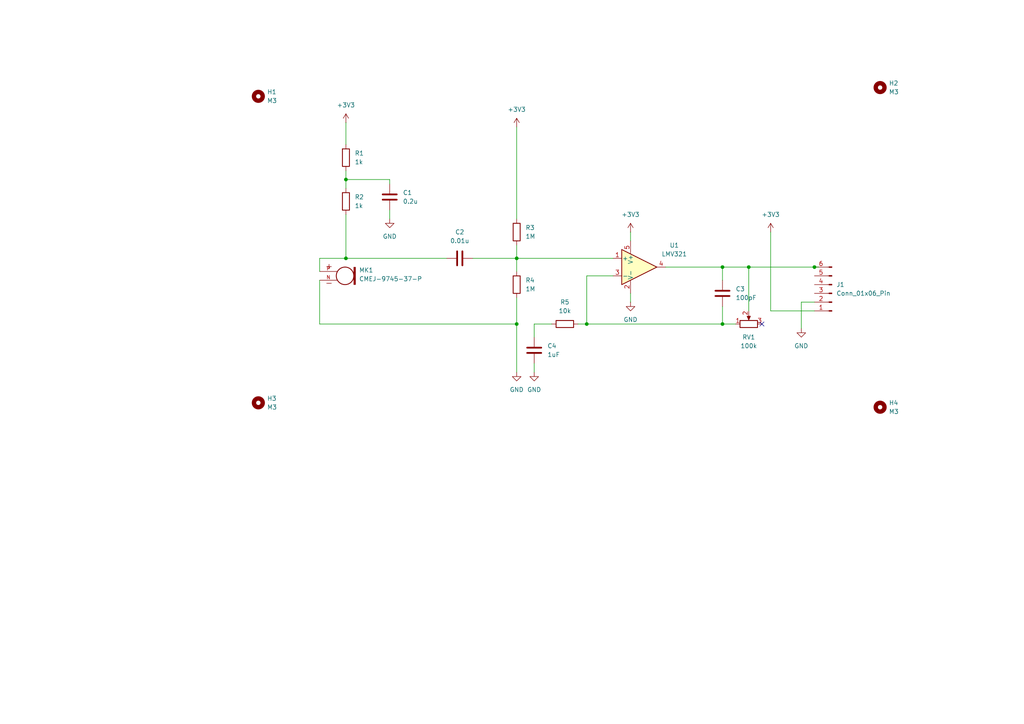
<source format=kicad_sch>
(kicad_sch (version 20250114) (generator "eeschema") (generator_version "9.0")
  (paper "A4")
  (lib_symbols
    (symbol "Amplifier_Operational:LMV321" (pin_names (offset 0.127))
      (property "Reference" "U" (at 0 5.08 0))
      (property "Value" "LMV321" (at 0 -5.08 0))
      (symbol "LMV321_0_1"
        (polyline (pts (xy -5.08 5.08) (xy 5.08 0) (xy -5.08 -5.08) (xy -5.08 5.08)) (stroke (width 0.254)) (fill (type background)))
        (pin power_in line (at -2.54 7.62 270) (length 3.81) (name "V+") (number "5"))
        (pin power_in line (at -2.54 -7.62 90) (length 3.81) (name "V-") (number "2"))
      )
      (symbol "LMV321_1_1"
        (pin input line (at -7.62 2.54 0) (length 2.54) (name "+") (number "1"))
        (pin input line (at -7.62 -2.54 0) (length 2.54) (name "-") (number "3"))
        (pin output line (at 7.62 0 180) (length 2.54) (name "~") (number "4"))
      )
    )
    (symbol "CMEJ-9745-37-P:CMEJ-9745-37-P" (pin_names (offset 1.016))
      (property "Reference" "MK" (at -7.62 2.54 0))
      (property "Value" "CMEJ-9745-37-P" (at -7.62 -7.62 0))
      (symbol "CMEJ-9745-37-P_0_0"
        (circle (center 2.286 -1.27) (radius 2.54) (stroke (width 0.254)))
        (rectangle (start 4.826 -3.81) (end 5.334 1.27) (stroke (width 0.1)) (fill (type outline)))
        (text "+" (at -3.556 0.508 0) (effects (font (size 1.778 1.778)) (justify left bottom)))
        (text "-" (at -3.556 -4.318 0) (effects (font (size 1.778 1.778)) (justify left bottom)))
        (pin passive line (at -5.08 0 0) (length 5.08) (name "~") (number "P"))
        (pin passive line (at -5.08 -2.54 0) (length 5.08) (name "~") (number "N"))
      )
    )
    (symbol "Connector:Conn_01x06_Pin" (pin_names (offset 1.016) (hide yes))
      (property "Reference" "J" (at 0 7.62 0))
      (property "Value" "Conn_01x06_Pin" (at 0 -10.16 0))
      (symbol "Conn_01x06_Pin_1_1"
        (rectangle (start 0.8636 5.207) (end 0 4.953) (stroke (width 0.1524)) (fill (type outline)))
        (rectangle (start 0.8636 2.667) (end 0 2.413) (stroke (width 0.1524)) (fill (type outline)))
        (rectangle (start 0.8636 0.127) (end 0 -0.127) (stroke (width 0.1524)) (fill (type outline)))
        (rectangle (start 0.8636 -2.413) (end 0 -2.667) (stroke (width 0.1524)) (fill (type outline)))
        (rectangle (start 0.8636 -4.953) (end 0 -5.207) (stroke (width 0.1524)) (fill (type outline)))
        (rectangle (start 0.8636 -7.493) (end 0 -7.747) (stroke (width 0.1524)) (fill (type outline)))
        (polyline (pts (xy 1.27 5.08) (xy 0.8636 5.08)) (stroke (width 0.1524)))
        (polyline (pts (xy 1.27 2.54) (xy 0.8636 2.54)) (stroke (width 0.1524)))
        (polyline (pts (xy 1.27 0) (xy 0.8636 0)) (stroke (width 0.1524)))
        (polyline (pts (xy 1.27 -2.54) (xy 0.8636 -2.54)) (stroke (width 0.1524)))
        (polyline (pts (xy 1.27 -5.08) (xy 0.8636 -5.08)) (stroke (width 0.1524)))
        (polyline (pts (xy 1.27 -7.62) (xy 0.8636 -7.62)) (stroke (width 0.1524)))
        (pin passive line (at 5.08 5.08 180) (length 3.81) (name "Pin_1") (number "1"))
        (pin passive line (at 5.08 2.54 180) (length 3.81) (name "Pin_2") (number "2"))
        (pin passive line (at 5.08 0 180) (length 3.81) (name "Pin_3") (number "3"))
        (pin passive line (at 5.08 -2.54 180) (length 3.81) (name "Pin_4") (number "4"))
        (pin passive line (at 5.08 -5.08 180) (length 3.81) (name "Pin_5") (number "5"))
        (pin passive line (at 5.08 -7.62 180) (length 3.81) (name "Pin_6") (number "6"))
      )
    )
    (symbol "Device:C" (pin_numbers (hide yes)) (pin_names (offset 0.254))
      (property "Reference" "C" (at 0.635 2.54 0))
      (property "Value" "C" (at 0.635 -2.54 0))
      (symbol "C_0_1"
        (polyline (pts (xy -2.032 0.762) (xy 2.032 0.762)) (stroke (width 0.508)))
        (polyline (pts (xy -2.032 -0.762) (xy 2.032 -0.762)) (stroke (width 0.508)))
      )
      (symbol "C_1_1"
        (pin passive line (at 0 3.81 270) (length 2.794) (name "~") (number "1"))
        (pin passive line (at 0 -3.81 90) (length 2.794) (name "~") (number "2"))
      )
    )
    (symbol "Device:R" (pin_numbers (hide yes)) (pin_names (offset 0))
      (property "Reference" "R" (at 2.032 0 90))
      (property "Value" "R" (at 0 0 90))
      (symbol "R_0_1"
        (rectangle (start -1.016 -2.54) (end 1.016 2.54) (stroke (width 0.254)))
      )
      (symbol "R_1_1"
        (pin passive line (at 0 3.81 270) (length 1.27) (name "~") (number "1"))
        (pin passive line (at 0 -3.81 90) (length 1.27) (name "~") (number "2"))
      )
    )
    (symbol "Device:R_Potentiometer" (pin_names (offset 1.016) (hide yes))
      (property "Reference" "RV" (at -4.445 0 90))
      (property "Value" "R_Potentiometer" (at -2.54 0 90))
      (symbol "R_Potentiometer_0_1"
        (rectangle (start 1.016 2.54) (end -1.016 -2.54) (stroke (width 0.254)))
        (polyline (pts (xy 1.143 0) (xy 2.286 0.508) (xy 2.286 -0.508) (xy 1.143 0)) (fill (type outline)))
        (polyline (pts (xy 2.54 0) (xy 1.524 0)))
      )
      (symbol "R_Potentiometer_1_1"
        (pin passive line (at 0 3.81 270) (length 1.27) (name "1") (number "1"))
        (pin passive line (at 0 -3.81 90) (length 1.27) (name "3") (number "3"))
        (pin passive line (at 3.81 0 180) (length 1.27) (name "2") (number "2"))
      )
    )
    (symbol "Mechanical:MountingHole" (pin_names (offset 1.016)) (exclude_from_sim yes) (in_bom no)
      (property "Reference" "H" (at 0 5.08 0))
      (property "Value" "MountingHole" (at 0 3.175 0))
      (symbol "MountingHole_0_1"
        (circle (center 0 0) (radius 1.27) (stroke (width 1.27)))
      )
    )
    (symbol "power:+3V3" (power) (pin_numbers (hide yes)) (pin_names (offset 0) (hide yes))
      (property "Value" "+3V3" (at 0 3.556 0))
      (symbol "+3V3_0_1"
        (polyline (pts (xy -0.762 1.27) (xy 0 2.54)))
        (polyline (pts (xy 0 2.54) (xy 0.762 1.27)))
        (polyline (pts (xy 0 0) (xy 0 2.54)))
      )
      (symbol "+3V3_1_1"
        (pin power_in line (at 0 0 90) (length 0) (name "~") (number "1"))
      )
    )
    (symbol "power:GND" (power) (pin_numbers (hide yes)) (pin_names (offset 0) (hide yes))
      (property "Value" "GND" (at 0 -3.81 0))
      (symbol "GND_0_1"
        (polyline (pts (xy 0 0) (xy 0 -1.27) (xy 1.27 -1.27) (xy 0 -2.54) (xy -1.27 -1.27) (xy 0 -1.27)))
      )
      (symbol "GND_1_1"
        (pin power_in line (at 0 0 270) (length 0) (name "~") (number "1"))
      )
    )
  )
  (junction (at 100.33 52.07))
  (junction (at 100.33 74.93))
  (junction (at 149.86 74.93))
  (junction (at 217.17 77.47))
  (junction (at 236.22 77.47))
  (junction (at 170.18 93.98))
  (junction (at 149.86 93.98))
  (junction (at 209.55 93.98))
  (junction (at 209.55 77.47))
  (no_connect (at 220.98 93.98))
  (wire (pts (xy 182.88 67.31) (xy 182.88 69.85)))
  (wire (pts (xy 149.86 36.83) (xy 149.86 63.5)))
  (wire (pts (xy 160.02 93.98) (xy 154.94 93.98)))
  (wire (pts (xy 92.71 74.93) (xy 100.33 74.93)))
  (wire (pts (xy 149.86 71.12) (xy 149.86 74.93)))
  (wire (pts (xy 100.33 74.93) (xy 129.54 74.93)))
  (wire (pts (xy 149.86 74.93) (xy 149.86 78.74)))
  (wire (pts (xy 209.55 77.47) (xy 217.17 77.47)))
  (wire (pts (xy 154.94 93.98) (xy 154.94 97.79)))
  (wire (pts (xy 217.17 77.47) (xy 236.22 77.47)))
  (wire (pts (xy 170.18 93.98) (xy 167.64 93.98)))
  (wire (pts (xy 170.18 93.98) (xy 209.55 93.98)))
  (wire (pts (xy 113.03 53.34) (xy 113.03 52.07)))
  (wire (pts (xy 232.41 87.63) (xy 232.41 95.25)))
  (wire (pts (xy 149.86 74.93) (xy 177.8 74.93)))
  (wire (pts (xy 149.86 93.98) (xy 149.86 107.95)))
  (wire (pts (xy 170.18 80.01) (xy 177.8 80.01)))
  (wire (pts (xy 193.04 77.47) (xy 209.55 77.47)))
  (wire (pts (xy 92.71 74.93) (xy 92.71 78.74)))
  (wire (pts (xy 170.18 80.01) (xy 170.18 93.98)))
  (wire (pts (xy 236.22 87.63) (xy 232.41 87.63)))
  (wire (pts (xy 137.16 74.93) (xy 149.86 74.93)))
  (wire (pts (xy 209.55 93.98) (xy 213.36 93.98)))
  (wire (pts (xy 92.71 81.28) (xy 92.71 93.98)))
  (wire (pts (xy 217.17 77.47) (xy 217.17 90.17)))
  (wire (pts (xy 209.55 88.9) (xy 209.55 93.98)))
  (wire (pts (xy 182.88 85.09) (xy 182.88 87.63)))
  (wire (pts (xy 113.03 52.07) (xy 100.33 52.07)))
  (wire (pts (xy 100.33 35.56) (xy 100.33 41.91)))
  (wire (pts (xy 100.33 62.23) (xy 100.33 74.93)))
  (wire (pts (xy 100.33 52.07) (xy 100.33 54.61)))
  (wire (pts (xy 154.94 105.41) (xy 154.94 107.95)))
  (wire (pts (xy 237.49 77.47) (xy 236.22 77.47)))
  (wire (pts (xy 209.55 77.47) (xy 209.55 81.28)))
  (wire (pts (xy 223.52 67.31) (xy 223.52 90.17)))
  (wire (pts (xy 149.86 86.36) (xy 149.86 93.98)))
  (wire (pts (xy 92.71 93.98) (xy 149.86 93.98)))
  (wire (pts (xy 113.03 60.96) (xy 113.03 63.5)))
  (wire (pts (xy 100.33 49.53) (xy 100.33 52.07)))
  (wire (pts (xy 236.22 90.17) (xy 223.52 90.17)))
  (symbol (lib_id "power:+3V3") (at 149.86 36.83 0) (unit 1)
    (property "Reference" "#PWR5" (effects (hide yes)))
    (property "Value" "+3V3" (at 149.86 31.75 0))
    (property "Description" "Power symbol creates a global label with name \"+3V3\"" (effects (hide yes)))
  )
  (symbol (lib_id "CMEJ-9745-37-P:CMEJ-9745-37-P") (at 97.79 78.74 0) (unit 1)
    (property "Reference" "MK1" (at 104.14 78.3602 0) (effects (justify left)))
    (property "Value" "CMEJ-9745-37-P" (at 104.14 80.9002 0) (effects (justify left)))
    (property "Footprint" "CMEJ-9745-37-P:MIC_CMEJ-9745-37-P" (effects (hide yes)))
    (property "PARTREV" "1.0" (effects (hide yes)))
    (property "MANUFACTURER" "CUI Inc." (effects (hide yes)))
    (property "MAXIMUM_PACKAGE_HEIGHT" "4.98mm" (effects (hide yes)))
    (property "STANDARD" "Manufacturer Recommendations" (effects (hide yes)))
  )
  (symbol (lib_id "Mechanical:MountingHole") (at 255.27 118.11 0) (unit 1) (exclude_from_sim yes) (in_bom no)
    (property "Reference" "H4" (at 257.81 116.8399 0) (effects (justify left)))
    (property "Value" "M3" (at 257.81 119.3799 0) (effects (justify left)))
    (property "Footprint" "MountingHole:MountingHole_3.2mm_M3" (effects (hide yes)))
    (property "Description" "Mounting Hole without connection" (effects (hide yes)))
  )
  (symbol (lib_id "Device:C") (at 113.03 57.15 0) (unit 1)
    (property "Reference" "C1" (at 116.84 55.8799 0) (effects (justify left)))
    (property "Value" "0.2u" (at 116.84 58.4199 0) (effects (justify left)))
    (property "Footprint" "Capacitor_THT:C_Disc_D4.3mm_W1.9mm_P5.00mm" (effects (hide yes)))
    (property "Description" "Unpolarized capacitor" (effects (hide yes)))
  )
  (symbol (lib_id "power:+3V3") (at 182.88 67.31 0) (unit 1)
    (property "Reference" "#PWR6" (effects (hide yes)))
    (property "Value" "+3V3" (at 182.88 62.23 0))
    (property "Description" "Power symbol creates a global label with name \"+3V3\"" (effects (hide yes)))
  )
  (symbol (lib_id "Device:R_Potentiometer") (at 217.17 93.98 90) (unit 1)
    (property "Reference" "RV1" (at 217.17 97.79 90))
    (property "Value" "100k" (at 217.17 100.33 90))
    (property "Footprint" "Potentiometer_THT:Potentiometer_Runtron_RM-065_Vertical" (effects (hide yes)))
    (property "Description" "Potentiometer" (effects (hide yes)))
  )
  (symbol (lib_id "power:GND") (at 149.86 107.95 0) (unit 1)
    (property "Reference" "#PWR2" (effects (hide yes)))
    (property "Value" "GND" (at 149.86 113.03 0))
    (property "Description" "Power symbol creates a global label with name \"GND\" , ground" (effects (hide yes)))
  )
  (symbol (lib_id "Device:C") (at 133.35 74.93 90) (unit 1)
    (property "Reference" "C2" (at 133.35 67.31 90))
    (property "Value" "0.01u" (at 133.35 69.85 90))
    (property "Footprint" "Capacitor_THT:C_Disc_D4.3mm_W1.9mm_P5.00mm" (effects (hide yes)))
    (property "Description" "Unpolarized capacitor" (effects (hide yes)))
  )
  (symbol (lib_id "power:+3V3") (at 100.33 35.56 0) (unit 1)
    (property "Reference" "#PWR4" (effects (hide yes)))
    (property "Value" "+3V3" (at 100.33 30.48 0))
    (property "Description" "Power symbol creates a global label with name \"+3V3\"" (effects (hide yes)))
  )
  (symbol (lib_id "Connector:Conn_01x06_Pin") (at 241.3 85.09 180) (unit 1)
    (property "Reference" "J1" (at 242.57 82.5499 0) (effects (justify right)))
    (property "Value" "Conn_01x06_Pin" (at 242.57 85.0899 0) (effects (justify right)))
    (property "Footprint" "Connector_PinHeader_2.54mm:PinHeader_1x06_P2.54mm_Horizontal" (effects (hide yes)))
    (property "Description" "Generic connector, single row, 01x06, script generated" (effects (hide yes)))
  )
  (symbol (lib_id "Device:R") (at 149.86 82.55 0) (unit 1)
    (property "Reference" "R4" (at 152.4 81.2799 0) (effects (justify left)))
    (property "Value" "1M" (at 152.4 83.8199 0) (effects (justify left)))
    (property "Footprint" "Resistor_THT:R_Axial_DIN0207_L6.3mm_D2.5mm_P10.16mm_Horizontal" (effects (hide yes)))
    (property "Description" "Resistor" (effects (hide yes)))
  )
  (symbol (lib_id "power:GND") (at 154.94 107.95 0) (unit 1)
    (property "Reference" "#PWR3" (effects (hide yes)))
    (property "Value" "GND" (at 154.94 113.03 0))
    (property "Description" "Power symbol creates a global label with name \"GND\" , ground" (effects (hide yes)))
  )
  (symbol (lib_id "Mechanical:MountingHole") (at 255.27 25.4 0) (unit 1) (exclude_from_sim yes) (in_bom no)
    (property "Reference" "H2" (at 257.81 24.1299 0) (effects (justify left)))
    (property "Value" "M3" (at 257.81 26.6699 0) (effects (justify left)))
    (property "Footprint" "MountingHole:MountingHole_3.2mm_M3" (effects (hide yes)))
    (property "Description" "Mounting Hole without connection" (effects (hide yes)))
  )
  (symbol (lib_id "power:GND") (at 232.41 95.25 0) (unit 1)
    (property "Reference" "#PWR8" (effects (hide yes)))
    (property "Value" "GND" (at 232.41 100.33 0))
    (property "Description" "Power symbol creates a global label with name \"GND\" , ground" (effects (hide yes)))
  )
  (symbol (lib_id "power:GND") (at 182.88 87.63 0) (unit 1)
    (property "Reference" "#PWR7" (effects (hide yes)))
    (property "Value" "GND" (at 182.88 92.71 0))
    (property "Description" "Power symbol creates a global label with name \"GND\" , ground" (effects (hide yes)))
  )
  (symbol (lib_id "power:+3V3") (at 223.52 67.31 0) (unit 1)
    (property "Reference" "#PWR9" (effects (hide yes)))
    (property "Value" "+3V3" (at 223.52 62.23 0))
    (property "Description" "Power symbol creates a global label with name \"+3V3\"" (effects (hide yes)))
  )
  (symbol (lib_id "Device:R") (at 163.83 93.98 90) (unit 1)
    (property "Reference" "R5" (at 163.83 87.63 90))
    (property "Value" "10k" (at 163.83 90.17 90))
    (property "Footprint" "Resistor_THT:R_Axial_DIN0207_L6.3mm_D2.5mm_P10.16mm_Horizontal" (effects (hide yes)))
    (property "Description" "Resistor" (effects (hide yes)))
  )
  (symbol (lib_id "Device:R") (at 100.33 58.42 0) (unit 1)
    (property "Reference" "R2" (at 102.87 57.1499 0) (effects (justify left)))
    (property "Value" "1k" (at 102.87 59.6899 0) (effects (justify left)))
    (property "Footprint" "Resistor_THT:R_Axial_DIN0207_L6.3mm_D2.5mm_P10.16mm_Horizontal" (effects (hide yes)))
    (property "Description" "Resistor" (effects (hide yes)))
  )
  (symbol (lib_id "Mechanical:MountingHole") (at 74.93 116.84 0) (unit 1) (exclude_from_sim yes) (in_bom no)
    (property "Reference" "H3" (at 77.47 115.5699 0) (effects (justify left)))
    (property "Value" "M3" (at 77.47 118.1099 0) (effects (justify left)))
    (property "Footprint" "MountingHole:MountingHole_3.2mm_M3" (effects (hide yes)))
    (property "Description" "Mounting Hole without connection" (effects (hide yes)))
  )
  (symbol (lib_id "Amplifier_Operational:LMV321") (at 185.42 77.47 0) (unit 1)
    (property "Reference" "U1" (at 195.58 71.1514 0))
    (property "Value" "LMV321" (at 195.58 73.6914 0))
    (property "Footprint" "Package_TO_SOT_SMD:SOT-23-5" (effects (hide yes)))
    (property "Datasheet" "http://www.ti.com/lit/ds/symlink/lmv324.pdf" (effects (hide yes)))
    (property "Description" "Low-Voltage Rail-to-Rail Output Operational Amplifiers, SOT-23-5/SC-70-5" (effects (hide yes)))
  )
  (symbol (lib_id "Device:C") (at 209.55 85.09 0) (unit 1)
    (property "Reference" "C3" (at 213.36 83.8199 0) (effects (justify left)))
    (property "Value" "100pF" (at 213.36 86.3599 0) (effects (justify left)))
    (property "Footprint" "Capacitor_THT:C_Disc_D4.3mm_W1.9mm_P5.00mm" (effects (hide yes)))
    (property "Description" "Unpolarized capacitor" (effects (hide yes)))
  )
  (symbol (lib_id "Device:R") (at 100.33 45.72 180) (unit 1)
    (property "Reference" "R1" (at 102.87 44.4499 0) (effects (justify right)))
    (property "Value" "1k" (at 102.87 46.9899 0) (effects (justify right)))
    (property "Footprint" "Resistor_THT:R_Axial_DIN0207_L6.3mm_D2.5mm_P10.16mm_Horizontal" (effects (hide yes)))
    (property "Description" "Resistor" (effects (hide yes)))
  )
  (symbol (lib_id "Device:C") (at 154.94 101.6 0) (unit 1)
    (property "Reference" "C4" (at 158.75 100.3299 0) (effects (justify left)))
    (property "Value" "1uF" (at 158.75 102.8699 0) (effects (justify left)))
    (property "Footprint" "Capacitor_THT:C_Disc_D4.3mm_W1.9mm_P5.00mm" (effects (hide yes)))
    (property "Description" "Unpolarized capacitor" (effects (hide yes)))
  )
  (symbol (lib_id "power:GND") (at 113.03 63.5 0) (unit 1)
    (property "Reference" "#PWR1" (effects (hide yes)))
    (property "Value" "GND" (at 113.03 68.58 0))
    (property "Description" "Power symbol creates a global label with name \"GND\" , ground" (effects (hide yes)))
  )
  (symbol (lib_id "Device:R") (at 149.86 67.31 0) (unit 1)
    (property "Reference" "R3" (at 152.4 66.0399 0) (effects (justify left)))
    (property "Value" "1M" (at 152.4 68.5799 0) (effects (justify left)))
    (property "Footprint" "Resistor_THT:R_Axial_DIN0207_L6.3mm_D2.5mm_P10.16mm_Horizontal" (effects (hide yes)))
    (property "Description" "Resistor" (effects (hide yes)))
  )
  (symbol (lib_id "Mechanical:MountingHole") (at 74.93 27.94 0) (unit 1) (exclude_from_sim yes) (in_bom no)
    (property "Reference" "H1" (at 77.47 26.6699 0) (effects (justify left)))
    (property "Value" "M3" (at 77.47 29.2099 0) (effects (justify left)))
    (property "Footprint" "MountingHole:MountingHole_3.2mm_M3" (effects (hide yes)))
    (property "Description" "Mounting Hole without connection" (effects (hide yes)))
  )
)
</source>
